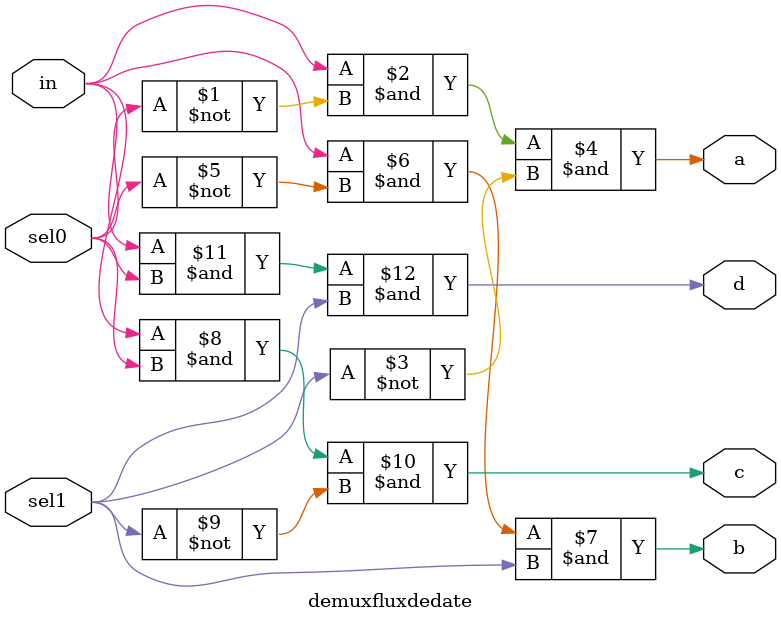
<source format=v>
`timescale 1ns / 1ps
module demuxfluxdedate(output a, output b, output c, output d,
								input sel0, input sel1, input in);
								
								
	assign a = (in & ~sel0 & ~sel1);
	assign b = (in & ~sel0 & sel1);
	assign c = (in & sel0 & ~sel1);
	assign d = (in & sel0 & sel1);


endmodule

</source>
